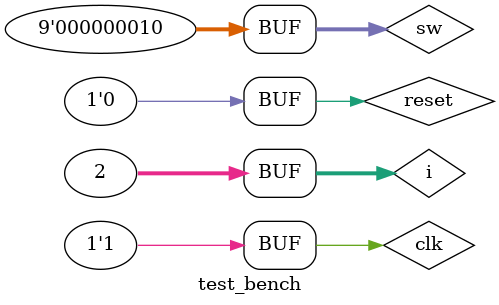
<source format=v>
`timescale 1ns / 1ps

module test_bench();

reg[8:0] sw;
reg reset;
reg clk;

wire[3:0] digit1, digit2, digit3, digit4;
wire dot;


calculator c1(clk, sw, reset, digit1, digit2, digit3, digit4, dot);

integer i;
initial begin

reset = 1;
sw = 9'b000000000;
//99.99
#100;
reset = 0;
#10;
for( i=0; i<9; i=i+1) begin
    sw = 9'b100000000;
    #100;
    sw = 9'b010000000;
    #100;
    sw = 9'b001000000;
    #100;
    sw = 9'b000100000;
    #100;
end
//9801
sw = 9'b000000100;
//198
#100;
sw = 9'b000010000;
//0
#100;
sw = 9'b000001000;
//1
#100;
sw = 9'b000000010;
//99.99
#100;
sw = 9'b000000001;
//99.98
#100;
for( i=0; i<9; i=i+1) begin
    sw = 9'b000100000;
    #100;
    sw = 9'b000000000;
    #10;
end
//1
sw = 9'b000001000;
//1
#100;
sw = 9'b000000010;
//99.98
#100;
sw = 9'b000000001;
#100;
//39.98
for( i=0; i<4; i=i+1) begin
    sw = 9'b100000000;
    #100;
    sw = 9'b000000000;
    #10;
end
//32.98
for( i=0; i<3; i=i+1) begin
    sw = 9'b010000000;
    #100;
    sw = 9'b000000000;
    #10;
end
//-66
sw = 9'b000001000;
//0
#100;
sw = 9'b000000010;
//3136
#100;
sw = 9'b000000100;
//32.98
#100;
sw = 9'b000000001;
//32.18
#100;
//for( i=0; i<2; i=i+1) begin
//    sw = 9'b001000000;
//    #100;
//    sw = 9'b000000000;
//    #10;
//end
//32.10
for( i=0; i<2; i=i+1) begin
    sw = 9'b000100000;
    #100;
    sw = 9'b001000000;
    #10;
end
//0003
sw = 9'b000000010;
end
always
begin
clk = 0;
#100;
clk = 1;
#100;
end
endmodule

</source>
